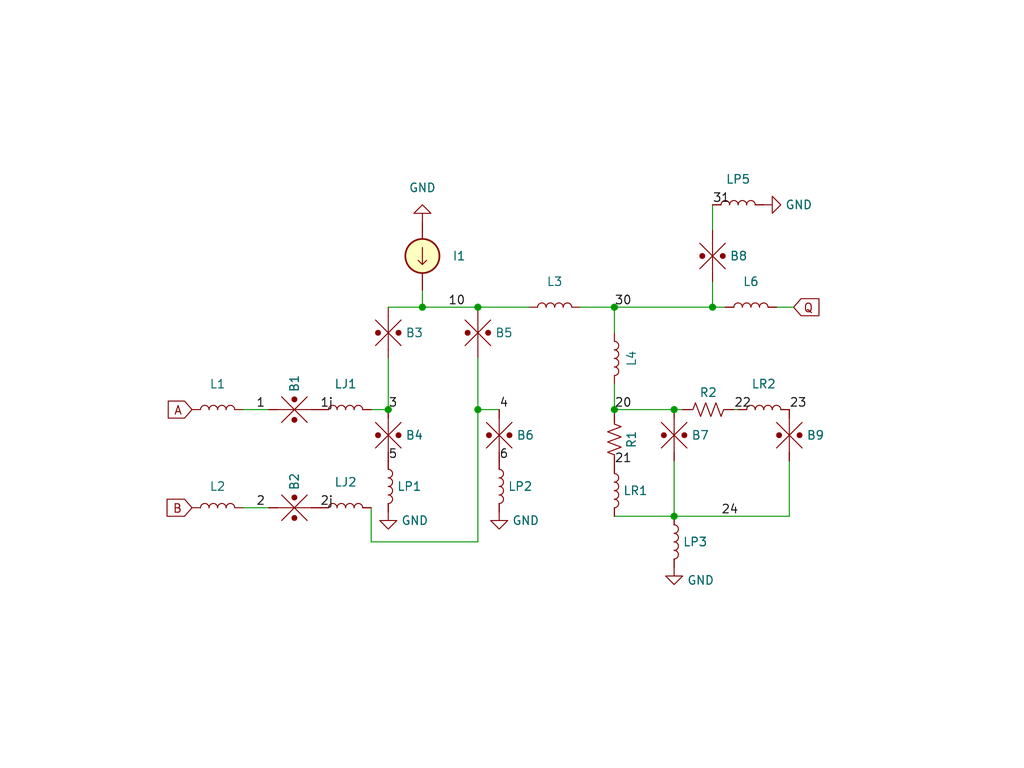
<source format=kicad_sch>
(kicad_sch (version 20211123) (generator eeschema)
  (paper "User" 152.4 114.3)
  (title_block (title "DSFQ OR") (date "2022-03-29"))
  (lib_symbols
    (symbol "Superconductors:Current_Source" (pin_numbers hide) (pin_names (offset 0.0254))
      (property "Reference" "I" (at 3.175 1.27 0))
      (symbol "Current_Source_0_1"
        (polyline (pts (xy 0 -1.27) (xy 0 1.27)))
        (polyline (pts (xy -0.635 -0.635) (xy 0 -1.27) (xy 0.635 -0.635)))
        (circle (center 0 0) (radius 2.54) (stroke (width 0.254)) (fill (type background)))
      )
      (symbol "Current_Source_1_1"
        (pin passive line (at 0 5.08 270) (length 2.54) (name "~") (number "1"))
        (pin passive line (at 0 -5.08 90) (length 2.54) (name "~") (number "2"))
      )
    )
    (symbol "Superconductors:Inductor" (pin_numbers hide) (pin_names (offset 1.016) hide)
      (property "Reference" "L" (at 0 2.032 0))
      (symbol "Inductor_0_1"
        (arc (start -1.27 0) (mid -1.905 0.635) (end -2.54 0))
        (arc (start 0 0) (mid -0.635 0.635) (end -1.27 0))
        (arc (start 1.27 0) (mid 0.635 0.635) (end 0 0))
        (arc (start 2.54 0) (mid 1.905 0.635) (end 1.27 0))
      )
      (symbol "Inductor_1_1"
        (pin passive line (at -3.81 0 0) (length 1.27) (name "1") (number "1"))
        (pin passive line (at 3.81 0 180) (length 1.27) (name "2") (number "2"))
      )
    )
    (symbol "Superconductors:Resistor" (pin_numbers hide) (pin_names (offset 0))
      (property "Reference" "R" (at 2.54 0 90))
      (symbol "Resistor_0_1"
        (polyline (pts (xy 0 -2.286) (xy 0 -2.54)))
        (polyline (pts (xy 0 2.286) (xy 0 2.54)))
        (polyline (pts (xy 0 -0.762) (xy 1.016 -1.143) (xy 0 -1.524) (xy -1.016 -1.905) (xy 0 -2.286)))
        (polyline (pts (xy 0 0.762) (xy 1.016 0.381) (xy 0 0) (xy -1.016 -0.381) (xy 0 -0.762)))
        (polyline (pts (xy 0 2.286) (xy 1.016 1.905) (xy 0 1.524) (xy -1.016 1.143) (xy 0 0.762)))
      )
      (symbol "Resistor_1_1"
        (pin passive line (at 0 3.81 270) (length 1.27) (name "~") (number "1"))
        (pin passive line (at 0 -3.81 90) (length 1.27) (name "~") (number "2"))
      )
    )
    (symbol "jjmit_1" (pin_numbers hide) (pin_names (offset 0))
      (property "Reference" "B" (at 3.175 0 90))
      (symbol "jjmit_1_0_1"
        (circle (center -1.524 0) (radius 0.3592) (fill (type outline)))
        (polyline (pts (xy -1.905 -1.905) (xy 1.905 1.905)))
        (polyline (pts (xy -1.905 1.905) (xy 1.905 -1.905)))
        (polyline (pts (xy 0 -2.54) (xy 0 2.54)))
        (circle (center 1.524 0) (radius 0.3592) (fill (type outline)))
      )
      (symbol "jjmit_1_1_1"
        (pin passive line (at 0 3.81 270) (length 1.27) (name "~") (number "1"))
        (pin passive line (at 0 -3.81 90) (length 1.27) (name "~") (number "2"))
      )
    )
    (symbol "power:GND" (power) (pin_names (offset 0))
      (property "Value" "GND" (at 0 -3.81 0))
      (symbol "GND_0_1"
        (polyline (pts (xy 0 0) (xy 0 -1.27) (xy 1.27 -1.27) (xy 0 -2.54) (xy -1.27 -1.27) (xy 0 -1.27)))
      )
      (symbol "GND_1_1"
        (pin power_in line (at 0 0 270) (length 0) hide (name "GND") (number "1"))
      )
    )
  )
  (junction (at 106.045 45.72))
  (junction (at 100.33 76.835))
  (junction (at 100.33 60.96))
  (junction (at 91.44 45.72))
  (junction (at 57.785 60.96))
  (junction (at 71.12 45.72))
  (junction (at 91.44 60.96))
  (junction (at 62.865 45.72))
  (junction (at 71.12 60.96))
  (wire (pts (xy 91.44 76.835) (xy 100.33 76.835)))
  (wire (pts (xy 55.245 75.565) (xy 55.245 80.645)))
  (wire (pts (xy 100.33 60.96) (xy 101.6 60.96)))
  (wire (pts (xy 107.95 45.72) (xy 106.045 45.72)))
  (wire (pts (xy 57.785 45.72) (xy 62.865 45.72)))
  (wire (pts (xy 91.44 61.595) (xy 91.44 60.96)))
  (wire (pts (xy 62.865 45.72) (xy 71.12 45.72)))
  (wire (pts (xy 91.44 45.72) (xy 106.045 45.72)))
  (wire (pts (xy 100.33 68.58) (xy 100.33 76.835)))
  (wire (pts (xy 91.44 49.53) (xy 91.44 45.72)))
  (wire (pts (xy 117.475 68.58) (xy 117.475 76.835)))
  (wire (pts (xy 91.44 57.15) (xy 91.44 60.96)))
  (wire (pts (xy 62.865 43.18) (xy 62.865 45.72)))
  (wire (pts (xy 55.245 80.645) (xy 71.12 80.645)))
  (wire (pts (xy 71.12 60.96) (xy 74.295 60.96)))
  (wire (pts (xy 115.57 45.72) (xy 118.11 45.72)))
  (wire (pts (xy 55.245 60.96) (xy 57.785 60.96)))
  (wire (pts (xy 100.33 76.835) (xy 117.475 76.835)))
  (wire (pts (xy 106.045 45.72) (xy 106.045 41.91)))
  (wire (pts (xy 71.12 53.34) (xy 71.12 60.96)))
  (wire (pts (xy 109.22 60.96) (xy 109.855 60.96)))
  (wire (pts (xy 71.12 80.645) (xy 71.12 60.96)))
  (wire (pts (xy 106.045 34.29) (xy 106.045 30.48)))
  (wire (pts (xy 86.36 45.72) (xy 91.44 45.72)))
  (wire (pts (xy 36.195 60.96) (xy 40.005 60.96)))
  (wire (pts (xy 91.44 60.96) (xy 100.33 60.96)))
  (wire (pts (xy 36.195 75.565) (xy 40.005 75.565)))
  (wire (pts (xy 71.12 45.72) (xy 78.74 45.72)))
  (wire (pts (xy 57.785 53.34) (xy 57.785 60.96)))
  (label "3" (at 57.785 60.96 0))
  (label "1j" (at 47.625 60.96 0))
  (label "22" (at 109.22 60.96 0))
  (label "10" (at 66.675 45.72 0))
  (label "23" (at 117.475 60.96 0))
  (label "4" (at 74.295 60.96 0))
  (label "1" (at 38.1 60.96 0))
  (label "20" (at 91.44 60.96 0))
  (label "2j" (at 47.625 75.565 0))
  (label "5" (at 57.785 68.58 0))
  (label "6" (at 74.295 68.58 0))
  (label "24" (at 107.315 76.835 0))
  (label "31" (at 106.045 30.48 0))
  (label "30" (at 91.44 45.72 0))
  (label "2" (at 38.1 75.565 0))
  (label "21" (at 91.44 69.215 0))
  (global_label "B" (shape input) (at 28.575 75.565 180) (property "Intersheet References" "${INTERSHEET_REFS}" (effects hide)))
  (global_label "A" (shape input) (at 28.575 60.96 180) (property "Intersheet References" "${INTERSHEET_REFS}" (effects hide)))
  (global_label "Q" (shape input) (at 118.11 45.72 0) (property "Intersheet References" "${INTERSHEET_REFS}" (effects hide)))
  (symbol (lib_id "Superconductors:Inductor") (at 32.385 60.96 0) (unit 1)
    (property "Reference" "L1" (at 32.385 57.15 0))
    (property "Value" "Inductor" (effects hide))
  )
  (symbol (lib_name "jjmit_1") (lib_id "Superconductors:jjmit") (at 71.12 49.53 180) (unit 1)
    (property "Reference" "B5" (at 73.66 49.53 0) (effects (justify right)))
    (property "Value" "jjmit" (effects hide))
  )
  (symbol (lib_name "jjmit_1") (lib_id "Superconductors:jjmit") (at 117.475 64.77 180) (unit 1)
    (property "Reference" "B9" (at 120.015 64.77 0) (effects (justify right)))
    (property "Value" "jjmit" (effects hide))
  )
  (symbol (lib_id "Superconductors:Inductor") (at 100.33 80.645 270) (unit 1)
    (property "Reference" "LP3" (at 101.6 80.6449 90) (effects (justify left)))
    (property "Value" "Inductor" (effects hide))
  )
  (symbol (lib_id "Superconductors:Inductor") (at 91.44 53.34 270) (unit 1)
    (property "Reference" "L4" (at 93.98 53.34 0))
    (property "Value" "Inductor" (effects hide))
  )
  (symbol (lib_name "jjmit_1") (lib_id "Superconductors:jjmit") (at 74.295 64.77 180) (unit 1)
    (property "Reference" "B6" (at 76.835 64.77 0) (effects (justify right)))
    (property "Value" "jjmit" (effects hide))
  )
  (symbol (lib_id "power:GND") (at 113.665 30.48 90) (unit 1)
    (property "Reference" "#PWR05" (effects hide))
    (property "Value" "GND" (at 116.84 30.4799 90) (effects (justify right)))
  )
  (symbol (lib_id "Superconductors:Resistor") (at 91.44 65.405 180) (unit 1)
    (property "Reference" "R1" (at 93.98 65.405 90))
    (property "Value" "Resistor" (effects hide))
  )
  (symbol (lib_name "jjmit_1") (lib_id "Superconductors:jjmit") (at 57.785 49.53 180) (unit 1)
    (property "Reference" "B3" (at 60.325 49.53 0) (effects (justify right)))
    (property "Value" "jjmit" (effects hide))
  )
  (symbol (lib_name "jjmit_1") (lib_id "Superconductors:jjmit") (at 43.815 60.96 270) (unit 1)
    (property "Reference" "B1" (at 43.815 58.42 0) (effects (justify right)))
    (property "Value" "jjmit" (effects hide))
  )
  (symbol (lib_name "jjmit_1") (lib_id "Superconductors:jjmit") (at 43.815 75.565 270) (unit 1)
    (property "Reference" "B2" (at 43.815 73.025 0) (effects (justify right)))
    (property "Value" "jjmit" (effects hide))
  )
  (symbol (lib_id "Superconductors:Inductor") (at 32.385 75.565 0) (unit 1)
    (property "Reference" "L2" (at 32.385 72.39 0))
    (property "Value" "Inductor" (effects hide))
  )
  (symbol (lib_id "Superconductors:Resistor") (at 105.41 60.96 270) (unit 1)
    (property "Reference" "R2" (at 105.41 58.42 90))
    (property "Value" "Resistor" (effects hide))
  )
  (symbol (lib_id "Superconductors:Inductor") (at 82.55 45.72 0) (unit 1)
    (property "Reference" "L3" (at 82.55 41.91 0))
    (property "Value" "Inductor" (effects hide))
  )
  (symbol (lib_id "Superconductors:Inductor") (at 51.435 60.96 0) (unit 1)
    (property "Reference" "LJ1" (at 51.435 57.15 0))
    (property "Value" "Inductor" (effects hide))
  )
  (symbol (lib_id "power:GND") (at 57.785 76.2 0) (unit 1)
    (property "Reference" "#PWR01" (effects hide))
    (property "Value" "GND" (at 59.69 77.4699 0) (effects (justify left)))
  )
  (symbol (lib_id "Superconductors:Inductor") (at 111.76 45.72 0) (unit 1)
    (property "Reference" "L6" (at 111.76 41.91 0))
    (property "Value" "Inductor" (effects hide))
  )
  (symbol (lib_id "Superconductors:Inductor") (at 109.855 30.48 0) (unit 1)
    (property "Reference" "LP5" (at 109.855 26.67 0))
    (property "Value" "Inductor" (effects hide))
  )
  (symbol (lib_id "power:GND") (at 74.295 76.2 0) (unit 1)
    (property "Reference" "#PWR03" (effects hide))
    (property "Value" "GND" (at 76.2 77.4699 0) (effects (justify left)))
  )
  (symbol (lib_id "Superconductors:Inductor") (at 51.435 75.565 0) (unit 1)
    (property "Reference" "LJ2" (at 51.435 71.755 0))
    (property "Value" "Inductor" (effects hide))
  )
  (symbol (lib_id "Superconductors:Current_Source") (at 62.865 38.1 0) (unit 1)
    (property "Reference" "I1" (at 67.31 38.0999 0) (effects (justify left)))
    (property "Value" "Current_Source" (effects hide))
    (property "Spice_Netlist_Enabled" "Y" (effects hide))
    (property "Spice_Primitive" "I" (effects hide))
    (property "Spice_Model" "pwl(0 0 5p REF)" (effects hide))
  )
  (symbol (lib_id "power:GND") (at 100.33 84.455 0) (unit 1)
    (property "Reference" "#PWR04" (effects hide))
    (property "Value" "GND" (at 102.235 86.36 0) (effects (justify left)))
  )
  (symbol (lib_id "Superconductors:Inductor") (at 57.785 72.39 270) (unit 1)
    (property "Reference" "LP1" (at 59.055 72.3899 90) (effects (justify left)))
    (property "Value" "Inductor" (effects hide))
  )
  (symbol (lib_id "Superconductors:Inductor") (at 91.44 73.025 270) (unit 1)
    (property "Reference" "LR1" (at 92.71 73.0249 90) (effects (justify left)))
    (property "Value" "Inductor" (effects hide))
  )
  (symbol (lib_id "Superconductors:Inductor") (at 74.295 72.39 270) (unit 1)
    (property "Reference" "LP2" (at 75.565 72.3899 90) (effects (justify left)))
    (property "Value" "Inductor" (effects hide))
  )
  (symbol (lib_name "jjmit_1") (lib_id "Superconductors:jjmit") (at 57.785 64.77 180) (unit 1)
    (property "Reference" "B4" (at 60.325 64.77 0) (effects (justify right)))
    (property "Value" "jjmit" (effects hide))
  )
  (symbol (lib_id "Superconductors:Inductor") (at 113.665 60.96 0) (unit 1)
    (property "Reference" "LR2" (at 113.665 57.15 0))
    (property "Value" "Inductor" (effects hide))
  )
  (symbol (lib_id "power:GND") (at 62.865 33.02 180) (unit 1)
    (property "Reference" "#PWR?" (effects hide))
    (property "Value" "GND" (at 62.865 27.94 0))
  )
  (symbol (lib_name "jjmit_1") (lib_id "Superconductors:jjmit") (at 106.045 38.1 180) (unit 1)
    (property "Reference" "B8" (at 108.585 38.1 0) (effects (justify right)))
    (property "Value" "jjmit" (effects hide))
  )
  (symbol (lib_name "jjmit_1") (lib_id "Superconductors:jjmit") (at 100.33 64.77 180) (unit 1)
    (property "Reference" "B7" (at 102.87 64.77 0) (effects (justify right)))
    (property "Value" "jjmit" (effects hide))
  )
)
</source>
